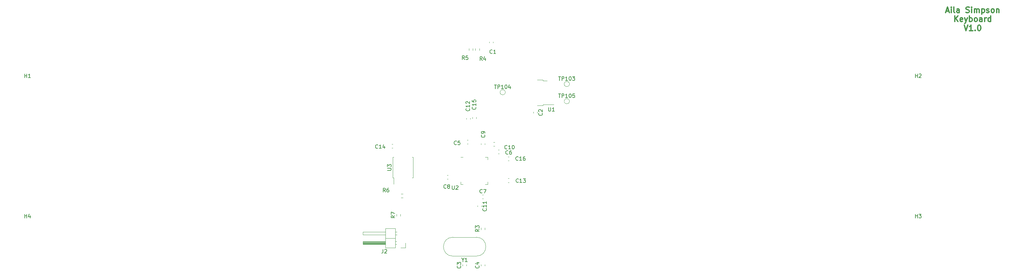
<source format=gbr>
%TF.GenerationSoftware,KiCad,Pcbnew,8.0.9-8.0.9-0~ubuntu22.04.1*%
%TF.CreationDate,2025-08-11T19:47:09-07:00*%
%TF.ProjectId,keyboard,6b657962-6f61-4726-942e-6b696361645f,rev?*%
%TF.SameCoordinates,Original*%
%TF.FileFunction,Legend,Top*%
%TF.FilePolarity,Positive*%
%FSLAX46Y46*%
G04 Gerber Fmt 4.6, Leading zero omitted, Abs format (unit mm)*
G04 Created by KiCad (PCBNEW 8.0.9-8.0.9-0~ubuntu22.04.1) date 2025-08-11 19:47:09*
%MOMM*%
%LPD*%
G01*
G04 APERTURE LIST*
%ADD10C,0.300000*%
%ADD11C,0.150000*%
%ADD12C,0.120000*%
G04 APERTURE END LIST*
D10*
X344968571Y-102354841D02*
X345682857Y-102354841D01*
X344825714Y-102783412D02*
X345325714Y-101283412D01*
X345325714Y-101283412D02*
X345825714Y-102783412D01*
X346325713Y-102783412D02*
X346325713Y-101783412D01*
X346325713Y-101283412D02*
X346254285Y-101354841D01*
X346254285Y-101354841D02*
X346325713Y-101426269D01*
X346325713Y-101426269D02*
X346397142Y-101354841D01*
X346397142Y-101354841D02*
X346325713Y-101283412D01*
X346325713Y-101283412D02*
X346325713Y-101426269D01*
X347254285Y-102783412D02*
X347111428Y-102711984D01*
X347111428Y-102711984D02*
X347039999Y-102569126D01*
X347039999Y-102569126D02*
X347039999Y-101283412D01*
X348468571Y-102783412D02*
X348468571Y-101997698D01*
X348468571Y-101997698D02*
X348397142Y-101854841D01*
X348397142Y-101854841D02*
X348254285Y-101783412D01*
X348254285Y-101783412D02*
X347968571Y-101783412D01*
X347968571Y-101783412D02*
X347825713Y-101854841D01*
X348468571Y-102711984D02*
X348325713Y-102783412D01*
X348325713Y-102783412D02*
X347968571Y-102783412D01*
X347968571Y-102783412D02*
X347825713Y-102711984D01*
X347825713Y-102711984D02*
X347754285Y-102569126D01*
X347754285Y-102569126D02*
X347754285Y-102426269D01*
X347754285Y-102426269D02*
X347825713Y-102283412D01*
X347825713Y-102283412D02*
X347968571Y-102211984D01*
X347968571Y-102211984D02*
X348325713Y-102211984D01*
X348325713Y-102211984D02*
X348468571Y-102140555D01*
X350254285Y-102711984D02*
X350468571Y-102783412D01*
X350468571Y-102783412D02*
X350825713Y-102783412D01*
X350825713Y-102783412D02*
X350968571Y-102711984D01*
X350968571Y-102711984D02*
X351039999Y-102640555D01*
X351039999Y-102640555D02*
X351111428Y-102497698D01*
X351111428Y-102497698D02*
X351111428Y-102354841D01*
X351111428Y-102354841D02*
X351039999Y-102211984D01*
X351039999Y-102211984D02*
X350968571Y-102140555D01*
X350968571Y-102140555D02*
X350825713Y-102069126D01*
X350825713Y-102069126D02*
X350539999Y-101997698D01*
X350539999Y-101997698D02*
X350397142Y-101926269D01*
X350397142Y-101926269D02*
X350325713Y-101854841D01*
X350325713Y-101854841D02*
X350254285Y-101711984D01*
X350254285Y-101711984D02*
X350254285Y-101569126D01*
X350254285Y-101569126D02*
X350325713Y-101426269D01*
X350325713Y-101426269D02*
X350397142Y-101354841D01*
X350397142Y-101354841D02*
X350539999Y-101283412D01*
X350539999Y-101283412D02*
X350897142Y-101283412D01*
X350897142Y-101283412D02*
X351111428Y-101354841D01*
X351754284Y-102783412D02*
X351754284Y-101783412D01*
X351754284Y-101283412D02*
X351682856Y-101354841D01*
X351682856Y-101354841D02*
X351754284Y-101426269D01*
X351754284Y-101426269D02*
X351825713Y-101354841D01*
X351825713Y-101354841D02*
X351754284Y-101283412D01*
X351754284Y-101283412D02*
X351754284Y-101426269D01*
X352468570Y-102783412D02*
X352468570Y-101783412D01*
X352468570Y-101926269D02*
X352539999Y-101854841D01*
X352539999Y-101854841D02*
X352682856Y-101783412D01*
X352682856Y-101783412D02*
X352897142Y-101783412D01*
X352897142Y-101783412D02*
X353039999Y-101854841D01*
X353039999Y-101854841D02*
X353111428Y-101997698D01*
X353111428Y-101997698D02*
X353111428Y-102783412D01*
X353111428Y-101997698D02*
X353182856Y-101854841D01*
X353182856Y-101854841D02*
X353325713Y-101783412D01*
X353325713Y-101783412D02*
X353539999Y-101783412D01*
X353539999Y-101783412D02*
X353682856Y-101854841D01*
X353682856Y-101854841D02*
X353754285Y-101997698D01*
X353754285Y-101997698D02*
X353754285Y-102783412D01*
X354468570Y-101783412D02*
X354468570Y-103283412D01*
X354468570Y-101854841D02*
X354611428Y-101783412D01*
X354611428Y-101783412D02*
X354897142Y-101783412D01*
X354897142Y-101783412D02*
X355039999Y-101854841D01*
X355039999Y-101854841D02*
X355111428Y-101926269D01*
X355111428Y-101926269D02*
X355182856Y-102069126D01*
X355182856Y-102069126D02*
X355182856Y-102497698D01*
X355182856Y-102497698D02*
X355111428Y-102640555D01*
X355111428Y-102640555D02*
X355039999Y-102711984D01*
X355039999Y-102711984D02*
X354897142Y-102783412D01*
X354897142Y-102783412D02*
X354611428Y-102783412D01*
X354611428Y-102783412D02*
X354468570Y-102711984D01*
X355754285Y-102711984D02*
X355897142Y-102783412D01*
X355897142Y-102783412D02*
X356182856Y-102783412D01*
X356182856Y-102783412D02*
X356325713Y-102711984D01*
X356325713Y-102711984D02*
X356397142Y-102569126D01*
X356397142Y-102569126D02*
X356397142Y-102497698D01*
X356397142Y-102497698D02*
X356325713Y-102354841D01*
X356325713Y-102354841D02*
X356182856Y-102283412D01*
X356182856Y-102283412D02*
X355968571Y-102283412D01*
X355968571Y-102283412D02*
X355825713Y-102211984D01*
X355825713Y-102211984D02*
X355754285Y-102069126D01*
X355754285Y-102069126D02*
X355754285Y-101997698D01*
X355754285Y-101997698D02*
X355825713Y-101854841D01*
X355825713Y-101854841D02*
X355968571Y-101783412D01*
X355968571Y-101783412D02*
X356182856Y-101783412D01*
X356182856Y-101783412D02*
X356325713Y-101854841D01*
X357254285Y-102783412D02*
X357111428Y-102711984D01*
X357111428Y-102711984D02*
X357039999Y-102640555D01*
X357039999Y-102640555D02*
X356968571Y-102497698D01*
X356968571Y-102497698D02*
X356968571Y-102069126D01*
X356968571Y-102069126D02*
X357039999Y-101926269D01*
X357039999Y-101926269D02*
X357111428Y-101854841D01*
X357111428Y-101854841D02*
X357254285Y-101783412D01*
X357254285Y-101783412D02*
X357468571Y-101783412D01*
X357468571Y-101783412D02*
X357611428Y-101854841D01*
X357611428Y-101854841D02*
X357682857Y-101926269D01*
X357682857Y-101926269D02*
X357754285Y-102069126D01*
X357754285Y-102069126D02*
X357754285Y-102497698D01*
X357754285Y-102497698D02*
X357682857Y-102640555D01*
X357682857Y-102640555D02*
X357611428Y-102711984D01*
X357611428Y-102711984D02*
X357468571Y-102783412D01*
X357468571Y-102783412D02*
X357254285Y-102783412D01*
X358397142Y-101783412D02*
X358397142Y-102783412D01*
X358397142Y-101926269D02*
X358468571Y-101854841D01*
X358468571Y-101854841D02*
X358611428Y-101783412D01*
X358611428Y-101783412D02*
X358825714Y-101783412D01*
X358825714Y-101783412D02*
X358968571Y-101854841D01*
X358968571Y-101854841D02*
X359040000Y-101997698D01*
X359040000Y-101997698D02*
X359040000Y-102783412D01*
X347254285Y-105198328D02*
X347254285Y-103698328D01*
X348111428Y-105198328D02*
X347468571Y-104341185D01*
X348111428Y-103698328D02*
X347254285Y-104555471D01*
X349325714Y-105126900D02*
X349182857Y-105198328D01*
X349182857Y-105198328D02*
X348897143Y-105198328D01*
X348897143Y-105198328D02*
X348754285Y-105126900D01*
X348754285Y-105126900D02*
X348682857Y-104984042D01*
X348682857Y-104984042D02*
X348682857Y-104412614D01*
X348682857Y-104412614D02*
X348754285Y-104269757D01*
X348754285Y-104269757D02*
X348897143Y-104198328D01*
X348897143Y-104198328D02*
X349182857Y-104198328D01*
X349182857Y-104198328D02*
X349325714Y-104269757D01*
X349325714Y-104269757D02*
X349397143Y-104412614D01*
X349397143Y-104412614D02*
X349397143Y-104555471D01*
X349397143Y-104555471D02*
X348682857Y-104698328D01*
X349897142Y-104198328D02*
X350254285Y-105198328D01*
X350611428Y-104198328D02*
X350254285Y-105198328D01*
X350254285Y-105198328D02*
X350111428Y-105555471D01*
X350111428Y-105555471D02*
X350039999Y-105626900D01*
X350039999Y-105626900D02*
X349897142Y-105698328D01*
X351182856Y-105198328D02*
X351182856Y-103698328D01*
X351182856Y-104269757D02*
X351325714Y-104198328D01*
X351325714Y-104198328D02*
X351611428Y-104198328D01*
X351611428Y-104198328D02*
X351754285Y-104269757D01*
X351754285Y-104269757D02*
X351825714Y-104341185D01*
X351825714Y-104341185D02*
X351897142Y-104484042D01*
X351897142Y-104484042D02*
X351897142Y-104912614D01*
X351897142Y-104912614D02*
X351825714Y-105055471D01*
X351825714Y-105055471D02*
X351754285Y-105126900D01*
X351754285Y-105126900D02*
X351611428Y-105198328D01*
X351611428Y-105198328D02*
X351325714Y-105198328D01*
X351325714Y-105198328D02*
X351182856Y-105126900D01*
X352754285Y-105198328D02*
X352611428Y-105126900D01*
X352611428Y-105126900D02*
X352539999Y-105055471D01*
X352539999Y-105055471D02*
X352468571Y-104912614D01*
X352468571Y-104912614D02*
X352468571Y-104484042D01*
X352468571Y-104484042D02*
X352539999Y-104341185D01*
X352539999Y-104341185D02*
X352611428Y-104269757D01*
X352611428Y-104269757D02*
X352754285Y-104198328D01*
X352754285Y-104198328D02*
X352968571Y-104198328D01*
X352968571Y-104198328D02*
X353111428Y-104269757D01*
X353111428Y-104269757D02*
X353182857Y-104341185D01*
X353182857Y-104341185D02*
X353254285Y-104484042D01*
X353254285Y-104484042D02*
X353254285Y-104912614D01*
X353254285Y-104912614D02*
X353182857Y-105055471D01*
X353182857Y-105055471D02*
X353111428Y-105126900D01*
X353111428Y-105126900D02*
X352968571Y-105198328D01*
X352968571Y-105198328D02*
X352754285Y-105198328D01*
X354540000Y-105198328D02*
X354540000Y-104412614D01*
X354540000Y-104412614D02*
X354468571Y-104269757D01*
X354468571Y-104269757D02*
X354325714Y-104198328D01*
X354325714Y-104198328D02*
X354040000Y-104198328D01*
X354040000Y-104198328D02*
X353897142Y-104269757D01*
X354540000Y-105126900D02*
X354397142Y-105198328D01*
X354397142Y-105198328D02*
X354040000Y-105198328D01*
X354040000Y-105198328D02*
X353897142Y-105126900D01*
X353897142Y-105126900D02*
X353825714Y-104984042D01*
X353825714Y-104984042D02*
X353825714Y-104841185D01*
X353825714Y-104841185D02*
X353897142Y-104698328D01*
X353897142Y-104698328D02*
X354040000Y-104626900D01*
X354040000Y-104626900D02*
X354397142Y-104626900D01*
X354397142Y-104626900D02*
X354540000Y-104555471D01*
X355254285Y-105198328D02*
X355254285Y-104198328D01*
X355254285Y-104484042D02*
X355325714Y-104341185D01*
X355325714Y-104341185D02*
X355397143Y-104269757D01*
X355397143Y-104269757D02*
X355540000Y-104198328D01*
X355540000Y-104198328D02*
X355682857Y-104198328D01*
X356825714Y-105198328D02*
X356825714Y-103698328D01*
X356825714Y-105126900D02*
X356682856Y-105198328D01*
X356682856Y-105198328D02*
X356397142Y-105198328D01*
X356397142Y-105198328D02*
X356254285Y-105126900D01*
X356254285Y-105126900D02*
X356182856Y-105055471D01*
X356182856Y-105055471D02*
X356111428Y-104912614D01*
X356111428Y-104912614D02*
X356111428Y-104484042D01*
X356111428Y-104484042D02*
X356182856Y-104341185D01*
X356182856Y-104341185D02*
X356254285Y-104269757D01*
X356254285Y-104269757D02*
X356397142Y-104198328D01*
X356397142Y-104198328D02*
X356682856Y-104198328D01*
X356682856Y-104198328D02*
X356825714Y-104269757D01*
X349754286Y-106113244D02*
X350254286Y-107613244D01*
X350254286Y-107613244D02*
X350754286Y-106113244D01*
X352040000Y-107613244D02*
X351182857Y-107613244D01*
X351611428Y-107613244D02*
X351611428Y-106113244D01*
X351611428Y-106113244D02*
X351468571Y-106327530D01*
X351468571Y-106327530D02*
X351325714Y-106470387D01*
X351325714Y-106470387D02*
X351182857Y-106541816D01*
X352682856Y-107470387D02*
X352754285Y-107541816D01*
X352754285Y-107541816D02*
X352682856Y-107613244D01*
X352682856Y-107613244D02*
X352611428Y-107541816D01*
X352611428Y-107541816D02*
X352682856Y-107470387D01*
X352682856Y-107470387D02*
X352682856Y-107613244D01*
X353682857Y-106113244D02*
X353825714Y-106113244D01*
X353825714Y-106113244D02*
X353968571Y-106184673D01*
X353968571Y-106184673D02*
X354040000Y-106256101D01*
X354040000Y-106256101D02*
X354111428Y-106398958D01*
X354111428Y-106398958D02*
X354182857Y-106684673D01*
X354182857Y-106684673D02*
X354182857Y-107041816D01*
X354182857Y-107041816D02*
X354111428Y-107327530D01*
X354111428Y-107327530D02*
X354040000Y-107470387D01*
X354040000Y-107470387D02*
X353968571Y-107541816D01*
X353968571Y-107541816D02*
X353825714Y-107613244D01*
X353825714Y-107613244D02*
X353682857Y-107613244D01*
X353682857Y-107613244D02*
X353540000Y-107541816D01*
X353540000Y-107541816D02*
X353468571Y-107470387D01*
X353468571Y-107470387D02*
X353397142Y-107327530D01*
X353397142Y-107327530D02*
X353325714Y-107041816D01*
X353325714Y-107041816D02*
X353325714Y-106684673D01*
X353325714Y-106684673D02*
X353397142Y-106398958D01*
X353397142Y-106398958D02*
X353468571Y-106256101D01*
X353468571Y-106256101D02*
X353540000Y-106184673D01*
X353540000Y-106184673D02*
X353682857Y-106113244D01*
D11*
X216083809Y-168853628D02*
X216083809Y-169329819D01*
X215750476Y-168329819D02*
X216083809Y-168853628D01*
X216083809Y-168853628D02*
X216417142Y-168329819D01*
X217274285Y-169329819D02*
X216702857Y-169329819D01*
X216988571Y-169329819D02*
X216988571Y-168329819D01*
X216988571Y-168329819D02*
X216893333Y-168472676D01*
X216893333Y-168472676D02*
X216798095Y-168567914D01*
X216798095Y-168567914D02*
X216702857Y-168615533D01*
X224485714Y-122096819D02*
X225057142Y-122096819D01*
X224771428Y-123096819D02*
X224771428Y-122096819D01*
X225390476Y-123096819D02*
X225390476Y-122096819D01*
X225390476Y-122096819D02*
X225771428Y-122096819D01*
X225771428Y-122096819D02*
X225866666Y-122144438D01*
X225866666Y-122144438D02*
X225914285Y-122192057D01*
X225914285Y-122192057D02*
X225961904Y-122287295D01*
X225961904Y-122287295D02*
X225961904Y-122430152D01*
X225961904Y-122430152D02*
X225914285Y-122525390D01*
X225914285Y-122525390D02*
X225866666Y-122573009D01*
X225866666Y-122573009D02*
X225771428Y-122620628D01*
X225771428Y-122620628D02*
X225390476Y-122620628D01*
X226914285Y-123096819D02*
X226342857Y-123096819D01*
X226628571Y-123096819D02*
X226628571Y-122096819D01*
X226628571Y-122096819D02*
X226533333Y-122239676D01*
X226533333Y-122239676D02*
X226438095Y-122334914D01*
X226438095Y-122334914D02*
X226342857Y-122382533D01*
X227533333Y-122096819D02*
X227628571Y-122096819D01*
X227628571Y-122096819D02*
X227723809Y-122144438D01*
X227723809Y-122144438D02*
X227771428Y-122192057D01*
X227771428Y-122192057D02*
X227819047Y-122287295D01*
X227819047Y-122287295D02*
X227866666Y-122477771D01*
X227866666Y-122477771D02*
X227866666Y-122715866D01*
X227866666Y-122715866D02*
X227819047Y-122906342D01*
X227819047Y-122906342D02*
X227771428Y-123001580D01*
X227771428Y-123001580D02*
X227723809Y-123049200D01*
X227723809Y-123049200D02*
X227628571Y-123096819D01*
X227628571Y-123096819D02*
X227533333Y-123096819D01*
X227533333Y-123096819D02*
X227438095Y-123049200D01*
X227438095Y-123049200D02*
X227390476Y-123001580D01*
X227390476Y-123001580D02*
X227342857Y-122906342D01*
X227342857Y-122906342D02*
X227295238Y-122715866D01*
X227295238Y-122715866D02*
X227295238Y-122477771D01*
X227295238Y-122477771D02*
X227342857Y-122287295D01*
X227342857Y-122287295D02*
X227390476Y-122192057D01*
X227390476Y-122192057D02*
X227438095Y-122144438D01*
X227438095Y-122144438D02*
X227533333Y-122096819D01*
X228723809Y-122430152D02*
X228723809Y-123096819D01*
X228485714Y-122049200D02*
X228247619Y-122763485D01*
X228247619Y-122763485D02*
X228866666Y-122763485D01*
X241585714Y-119896819D02*
X242157142Y-119896819D01*
X241871428Y-120896819D02*
X241871428Y-119896819D01*
X242490476Y-120896819D02*
X242490476Y-119896819D01*
X242490476Y-119896819D02*
X242871428Y-119896819D01*
X242871428Y-119896819D02*
X242966666Y-119944438D01*
X242966666Y-119944438D02*
X243014285Y-119992057D01*
X243014285Y-119992057D02*
X243061904Y-120087295D01*
X243061904Y-120087295D02*
X243061904Y-120230152D01*
X243061904Y-120230152D02*
X243014285Y-120325390D01*
X243014285Y-120325390D02*
X242966666Y-120373009D01*
X242966666Y-120373009D02*
X242871428Y-120420628D01*
X242871428Y-120420628D02*
X242490476Y-120420628D01*
X244014285Y-120896819D02*
X243442857Y-120896819D01*
X243728571Y-120896819D02*
X243728571Y-119896819D01*
X243728571Y-119896819D02*
X243633333Y-120039676D01*
X243633333Y-120039676D02*
X243538095Y-120134914D01*
X243538095Y-120134914D02*
X243442857Y-120182533D01*
X244633333Y-119896819D02*
X244728571Y-119896819D01*
X244728571Y-119896819D02*
X244823809Y-119944438D01*
X244823809Y-119944438D02*
X244871428Y-119992057D01*
X244871428Y-119992057D02*
X244919047Y-120087295D01*
X244919047Y-120087295D02*
X244966666Y-120277771D01*
X244966666Y-120277771D02*
X244966666Y-120515866D01*
X244966666Y-120515866D02*
X244919047Y-120706342D01*
X244919047Y-120706342D02*
X244871428Y-120801580D01*
X244871428Y-120801580D02*
X244823809Y-120849200D01*
X244823809Y-120849200D02*
X244728571Y-120896819D01*
X244728571Y-120896819D02*
X244633333Y-120896819D01*
X244633333Y-120896819D02*
X244538095Y-120849200D01*
X244538095Y-120849200D02*
X244490476Y-120801580D01*
X244490476Y-120801580D02*
X244442857Y-120706342D01*
X244442857Y-120706342D02*
X244395238Y-120515866D01*
X244395238Y-120515866D02*
X244395238Y-120277771D01*
X244395238Y-120277771D02*
X244442857Y-120087295D01*
X244442857Y-120087295D02*
X244490476Y-119992057D01*
X244490476Y-119992057D02*
X244538095Y-119944438D01*
X244538095Y-119944438D02*
X244633333Y-119896819D01*
X245300000Y-119896819D02*
X245919047Y-119896819D01*
X245919047Y-119896819D02*
X245585714Y-120277771D01*
X245585714Y-120277771D02*
X245728571Y-120277771D01*
X245728571Y-120277771D02*
X245823809Y-120325390D01*
X245823809Y-120325390D02*
X245871428Y-120373009D01*
X245871428Y-120373009D02*
X245919047Y-120468247D01*
X245919047Y-120468247D02*
X245919047Y-120706342D01*
X245919047Y-120706342D02*
X245871428Y-120801580D01*
X245871428Y-120801580D02*
X245823809Y-120849200D01*
X245823809Y-120849200D02*
X245728571Y-120896819D01*
X245728571Y-120896819D02*
X245442857Y-120896819D01*
X245442857Y-120896819D02*
X245347619Y-120849200D01*
X245347619Y-120849200D02*
X245300000Y-120801580D01*
X220444819Y-160696666D02*
X219968628Y-161029999D01*
X220444819Y-161268094D02*
X219444819Y-161268094D01*
X219444819Y-161268094D02*
X219444819Y-160887142D01*
X219444819Y-160887142D02*
X219492438Y-160791904D01*
X219492438Y-160791904D02*
X219540057Y-160744285D01*
X219540057Y-160744285D02*
X219635295Y-160696666D01*
X219635295Y-160696666D02*
X219778152Y-160696666D01*
X219778152Y-160696666D02*
X219873390Y-160744285D01*
X219873390Y-160744285D02*
X219921009Y-160791904D01*
X219921009Y-160791904D02*
X219968628Y-160887142D01*
X219968628Y-160887142D02*
X219968628Y-161268094D01*
X219444819Y-160363332D02*
X219444819Y-159744285D01*
X219444819Y-159744285D02*
X219825771Y-160077618D01*
X219825771Y-160077618D02*
X219825771Y-159934761D01*
X219825771Y-159934761D02*
X219873390Y-159839523D01*
X219873390Y-159839523D02*
X219921009Y-159791904D01*
X219921009Y-159791904D02*
X220016247Y-159744285D01*
X220016247Y-159744285D02*
X220254342Y-159744285D01*
X220254342Y-159744285D02*
X220349580Y-159791904D01*
X220349580Y-159791904D02*
X220397200Y-159839523D01*
X220397200Y-159839523D02*
X220444819Y-159934761D01*
X220444819Y-159934761D02*
X220444819Y-160220475D01*
X220444819Y-160220475D02*
X220397200Y-160315713D01*
X220397200Y-160315713D02*
X220349580Y-160363332D01*
X237199580Y-129666666D02*
X237247200Y-129714285D01*
X237247200Y-129714285D02*
X237294819Y-129857142D01*
X237294819Y-129857142D02*
X237294819Y-129952380D01*
X237294819Y-129952380D02*
X237247200Y-130095237D01*
X237247200Y-130095237D02*
X237151961Y-130190475D01*
X237151961Y-130190475D02*
X237056723Y-130238094D01*
X237056723Y-130238094D02*
X236866247Y-130285713D01*
X236866247Y-130285713D02*
X236723390Y-130285713D01*
X236723390Y-130285713D02*
X236532914Y-130238094D01*
X236532914Y-130238094D02*
X236437676Y-130190475D01*
X236437676Y-130190475D02*
X236342438Y-130095237D01*
X236342438Y-130095237D02*
X236294819Y-129952380D01*
X236294819Y-129952380D02*
X236294819Y-129857142D01*
X236294819Y-129857142D02*
X236342438Y-129714285D01*
X236342438Y-129714285D02*
X236390057Y-129666666D01*
X236390057Y-129285713D02*
X236342438Y-129238094D01*
X236342438Y-129238094D02*
X236294819Y-129142856D01*
X236294819Y-129142856D02*
X236294819Y-128904761D01*
X236294819Y-128904761D02*
X236342438Y-128809523D01*
X236342438Y-128809523D02*
X236390057Y-128761904D01*
X236390057Y-128761904D02*
X236485295Y-128714285D01*
X236485295Y-128714285D02*
X236580533Y-128714285D01*
X236580533Y-128714285D02*
X236723390Y-128761904D01*
X236723390Y-128761904D02*
X237294819Y-129333332D01*
X237294819Y-129333332D02*
X237294819Y-128714285D01*
X195423333Y-150724819D02*
X195090000Y-150248628D01*
X194851905Y-150724819D02*
X194851905Y-149724819D01*
X194851905Y-149724819D02*
X195232857Y-149724819D01*
X195232857Y-149724819D02*
X195328095Y-149772438D01*
X195328095Y-149772438D02*
X195375714Y-149820057D01*
X195375714Y-149820057D02*
X195423333Y-149915295D01*
X195423333Y-149915295D02*
X195423333Y-150058152D01*
X195423333Y-150058152D02*
X195375714Y-150153390D01*
X195375714Y-150153390D02*
X195328095Y-150201009D01*
X195328095Y-150201009D02*
X195232857Y-150248628D01*
X195232857Y-150248628D02*
X194851905Y-150248628D01*
X196280476Y-149724819D02*
X196090000Y-149724819D01*
X196090000Y-149724819D02*
X195994762Y-149772438D01*
X195994762Y-149772438D02*
X195947143Y-149820057D01*
X195947143Y-149820057D02*
X195851905Y-149962914D01*
X195851905Y-149962914D02*
X195804286Y-150153390D01*
X195804286Y-150153390D02*
X195804286Y-150534342D01*
X195804286Y-150534342D02*
X195851905Y-150629580D01*
X195851905Y-150629580D02*
X195899524Y-150677200D01*
X195899524Y-150677200D02*
X195994762Y-150724819D01*
X195994762Y-150724819D02*
X196185238Y-150724819D01*
X196185238Y-150724819D02*
X196280476Y-150677200D01*
X196280476Y-150677200D02*
X196328095Y-150629580D01*
X196328095Y-150629580D02*
X196375714Y-150534342D01*
X196375714Y-150534342D02*
X196375714Y-150296247D01*
X196375714Y-150296247D02*
X196328095Y-150201009D01*
X196328095Y-150201009D02*
X196280476Y-150153390D01*
X196280476Y-150153390D02*
X196185238Y-150105771D01*
X196185238Y-150105771D02*
X195994762Y-150105771D01*
X195994762Y-150105771D02*
X195899524Y-150153390D01*
X195899524Y-150153390D02*
X195851905Y-150201009D01*
X195851905Y-150201009D02*
X195804286Y-150296247D01*
X241585714Y-124496819D02*
X242157142Y-124496819D01*
X241871428Y-125496819D02*
X241871428Y-124496819D01*
X242490476Y-125496819D02*
X242490476Y-124496819D01*
X242490476Y-124496819D02*
X242871428Y-124496819D01*
X242871428Y-124496819D02*
X242966666Y-124544438D01*
X242966666Y-124544438D02*
X243014285Y-124592057D01*
X243014285Y-124592057D02*
X243061904Y-124687295D01*
X243061904Y-124687295D02*
X243061904Y-124830152D01*
X243061904Y-124830152D02*
X243014285Y-124925390D01*
X243014285Y-124925390D02*
X242966666Y-124973009D01*
X242966666Y-124973009D02*
X242871428Y-125020628D01*
X242871428Y-125020628D02*
X242490476Y-125020628D01*
X244014285Y-125496819D02*
X243442857Y-125496819D01*
X243728571Y-125496819D02*
X243728571Y-124496819D01*
X243728571Y-124496819D02*
X243633333Y-124639676D01*
X243633333Y-124639676D02*
X243538095Y-124734914D01*
X243538095Y-124734914D02*
X243442857Y-124782533D01*
X244633333Y-124496819D02*
X244728571Y-124496819D01*
X244728571Y-124496819D02*
X244823809Y-124544438D01*
X244823809Y-124544438D02*
X244871428Y-124592057D01*
X244871428Y-124592057D02*
X244919047Y-124687295D01*
X244919047Y-124687295D02*
X244966666Y-124877771D01*
X244966666Y-124877771D02*
X244966666Y-125115866D01*
X244966666Y-125115866D02*
X244919047Y-125306342D01*
X244919047Y-125306342D02*
X244871428Y-125401580D01*
X244871428Y-125401580D02*
X244823809Y-125449200D01*
X244823809Y-125449200D02*
X244728571Y-125496819D01*
X244728571Y-125496819D02*
X244633333Y-125496819D01*
X244633333Y-125496819D02*
X244538095Y-125449200D01*
X244538095Y-125449200D02*
X244490476Y-125401580D01*
X244490476Y-125401580D02*
X244442857Y-125306342D01*
X244442857Y-125306342D02*
X244395238Y-125115866D01*
X244395238Y-125115866D02*
X244395238Y-124877771D01*
X244395238Y-124877771D02*
X244442857Y-124687295D01*
X244442857Y-124687295D02*
X244490476Y-124592057D01*
X244490476Y-124592057D02*
X244538095Y-124544438D01*
X244538095Y-124544438D02*
X244633333Y-124496819D01*
X245871428Y-124496819D02*
X245395238Y-124496819D01*
X245395238Y-124496819D02*
X245347619Y-124973009D01*
X245347619Y-124973009D02*
X245395238Y-124925390D01*
X245395238Y-124925390D02*
X245490476Y-124877771D01*
X245490476Y-124877771D02*
X245728571Y-124877771D01*
X245728571Y-124877771D02*
X245823809Y-124925390D01*
X245823809Y-124925390D02*
X245871428Y-124973009D01*
X245871428Y-124973009D02*
X245919047Y-125068247D01*
X245919047Y-125068247D02*
X245919047Y-125306342D01*
X245919047Y-125306342D02*
X245871428Y-125401580D01*
X245871428Y-125401580D02*
X245823809Y-125449200D01*
X245823809Y-125449200D02*
X245728571Y-125496819D01*
X245728571Y-125496819D02*
X245490476Y-125496819D01*
X245490476Y-125496819D02*
X245395238Y-125449200D01*
X245395238Y-125449200D02*
X245347619Y-125401580D01*
X213238095Y-149064819D02*
X213238095Y-149874342D01*
X213238095Y-149874342D02*
X213285714Y-149969580D01*
X213285714Y-149969580D02*
X213333333Y-150017200D01*
X213333333Y-150017200D02*
X213428571Y-150064819D01*
X213428571Y-150064819D02*
X213619047Y-150064819D01*
X213619047Y-150064819D02*
X213714285Y-150017200D01*
X213714285Y-150017200D02*
X213761904Y-149969580D01*
X213761904Y-149969580D02*
X213809523Y-149874342D01*
X213809523Y-149874342D02*
X213809523Y-149064819D01*
X214238095Y-149160057D02*
X214285714Y-149112438D01*
X214285714Y-149112438D02*
X214380952Y-149064819D01*
X214380952Y-149064819D02*
X214619047Y-149064819D01*
X214619047Y-149064819D02*
X214714285Y-149112438D01*
X214714285Y-149112438D02*
X214761904Y-149160057D01*
X214761904Y-149160057D02*
X214809523Y-149255295D01*
X214809523Y-149255295D02*
X214809523Y-149350533D01*
X214809523Y-149350533D02*
X214761904Y-149493390D01*
X214761904Y-149493390D02*
X214190476Y-150064819D01*
X214190476Y-150064819D02*
X214809523Y-150064819D01*
X336738095Y-157654819D02*
X336738095Y-156654819D01*
X336738095Y-157131009D02*
X337309523Y-157131009D01*
X337309523Y-157654819D02*
X337309523Y-156654819D01*
X337690476Y-156654819D02*
X338309523Y-156654819D01*
X338309523Y-156654819D02*
X337976190Y-157035771D01*
X337976190Y-157035771D02*
X338119047Y-157035771D01*
X338119047Y-157035771D02*
X338214285Y-157083390D01*
X338214285Y-157083390D02*
X338261904Y-157131009D01*
X338261904Y-157131009D02*
X338309523Y-157226247D01*
X338309523Y-157226247D02*
X338309523Y-157464342D01*
X338309523Y-157464342D02*
X338261904Y-157559580D01*
X338261904Y-157559580D02*
X338214285Y-157607200D01*
X338214285Y-157607200D02*
X338119047Y-157654819D01*
X338119047Y-157654819D02*
X337833333Y-157654819D01*
X337833333Y-157654819D02*
X337738095Y-157607200D01*
X337738095Y-157607200D02*
X337690476Y-157559580D01*
X99238095Y-120154819D02*
X99238095Y-119154819D01*
X99238095Y-119631009D02*
X99809523Y-119631009D01*
X99809523Y-120154819D02*
X99809523Y-119154819D01*
X100809523Y-120154819D02*
X100238095Y-120154819D01*
X100523809Y-120154819D02*
X100523809Y-119154819D01*
X100523809Y-119154819D02*
X100428571Y-119297676D01*
X100428571Y-119297676D02*
X100333333Y-119392914D01*
X100333333Y-119392914D02*
X100238095Y-119440533D01*
X230887142Y-148089580D02*
X230839523Y-148137200D01*
X230839523Y-148137200D02*
X230696666Y-148184819D01*
X230696666Y-148184819D02*
X230601428Y-148184819D01*
X230601428Y-148184819D02*
X230458571Y-148137200D01*
X230458571Y-148137200D02*
X230363333Y-148041961D01*
X230363333Y-148041961D02*
X230315714Y-147946723D01*
X230315714Y-147946723D02*
X230268095Y-147756247D01*
X230268095Y-147756247D02*
X230268095Y-147613390D01*
X230268095Y-147613390D02*
X230315714Y-147422914D01*
X230315714Y-147422914D02*
X230363333Y-147327676D01*
X230363333Y-147327676D02*
X230458571Y-147232438D01*
X230458571Y-147232438D02*
X230601428Y-147184819D01*
X230601428Y-147184819D02*
X230696666Y-147184819D01*
X230696666Y-147184819D02*
X230839523Y-147232438D01*
X230839523Y-147232438D02*
X230887142Y-147280057D01*
X231839523Y-148184819D02*
X231268095Y-148184819D01*
X231553809Y-148184819D02*
X231553809Y-147184819D01*
X231553809Y-147184819D02*
X231458571Y-147327676D01*
X231458571Y-147327676D02*
X231363333Y-147422914D01*
X231363333Y-147422914D02*
X231268095Y-147470533D01*
X232172857Y-147184819D02*
X232791904Y-147184819D01*
X232791904Y-147184819D02*
X232458571Y-147565771D01*
X232458571Y-147565771D02*
X232601428Y-147565771D01*
X232601428Y-147565771D02*
X232696666Y-147613390D01*
X232696666Y-147613390D02*
X232744285Y-147661009D01*
X232744285Y-147661009D02*
X232791904Y-147756247D01*
X232791904Y-147756247D02*
X232791904Y-147994342D01*
X232791904Y-147994342D02*
X232744285Y-148089580D01*
X232744285Y-148089580D02*
X232696666Y-148137200D01*
X232696666Y-148137200D02*
X232601428Y-148184819D01*
X232601428Y-148184819D02*
X232315714Y-148184819D01*
X232315714Y-148184819D02*
X232220476Y-148137200D01*
X232220476Y-148137200D02*
X232172857Y-148089580D01*
X221879580Y-135486666D02*
X221927200Y-135534285D01*
X221927200Y-135534285D02*
X221974819Y-135677142D01*
X221974819Y-135677142D02*
X221974819Y-135772380D01*
X221974819Y-135772380D02*
X221927200Y-135915237D01*
X221927200Y-135915237D02*
X221831961Y-136010475D01*
X221831961Y-136010475D02*
X221736723Y-136058094D01*
X221736723Y-136058094D02*
X221546247Y-136105713D01*
X221546247Y-136105713D02*
X221403390Y-136105713D01*
X221403390Y-136105713D02*
X221212914Y-136058094D01*
X221212914Y-136058094D02*
X221117676Y-136010475D01*
X221117676Y-136010475D02*
X221022438Y-135915237D01*
X221022438Y-135915237D02*
X220974819Y-135772380D01*
X220974819Y-135772380D02*
X220974819Y-135677142D01*
X220974819Y-135677142D02*
X221022438Y-135534285D01*
X221022438Y-135534285D02*
X221070057Y-135486666D01*
X221974819Y-135010475D02*
X221974819Y-134819999D01*
X221974819Y-134819999D02*
X221927200Y-134724761D01*
X221927200Y-134724761D02*
X221879580Y-134677142D01*
X221879580Y-134677142D02*
X221736723Y-134581904D01*
X221736723Y-134581904D02*
X221546247Y-134534285D01*
X221546247Y-134534285D02*
X221165295Y-134534285D01*
X221165295Y-134534285D02*
X221070057Y-134581904D01*
X221070057Y-134581904D02*
X221022438Y-134629523D01*
X221022438Y-134629523D02*
X220974819Y-134724761D01*
X220974819Y-134724761D02*
X220974819Y-134915237D01*
X220974819Y-134915237D02*
X221022438Y-135010475D01*
X221022438Y-135010475D02*
X221070057Y-135058094D01*
X221070057Y-135058094D02*
X221165295Y-135105713D01*
X221165295Y-135105713D02*
X221403390Y-135105713D01*
X221403390Y-135105713D02*
X221498628Y-135058094D01*
X221498628Y-135058094D02*
X221546247Y-135010475D01*
X221546247Y-135010475D02*
X221593866Y-134915237D01*
X221593866Y-134915237D02*
X221593866Y-134724761D01*
X221593866Y-134724761D02*
X221546247Y-134629523D01*
X221546247Y-134629523D02*
X221498628Y-134581904D01*
X221498628Y-134581904D02*
X221403390Y-134534285D01*
X215459580Y-170476666D02*
X215507200Y-170524285D01*
X215507200Y-170524285D02*
X215554819Y-170667142D01*
X215554819Y-170667142D02*
X215554819Y-170762380D01*
X215554819Y-170762380D02*
X215507200Y-170905237D01*
X215507200Y-170905237D02*
X215411961Y-171000475D01*
X215411961Y-171000475D02*
X215316723Y-171048094D01*
X215316723Y-171048094D02*
X215126247Y-171095713D01*
X215126247Y-171095713D02*
X214983390Y-171095713D01*
X214983390Y-171095713D02*
X214792914Y-171048094D01*
X214792914Y-171048094D02*
X214697676Y-171000475D01*
X214697676Y-171000475D02*
X214602438Y-170905237D01*
X214602438Y-170905237D02*
X214554819Y-170762380D01*
X214554819Y-170762380D02*
X214554819Y-170667142D01*
X214554819Y-170667142D02*
X214602438Y-170524285D01*
X214602438Y-170524285D02*
X214650057Y-170476666D01*
X214554819Y-170143332D02*
X214554819Y-169524285D01*
X214554819Y-169524285D02*
X214935771Y-169857618D01*
X214935771Y-169857618D02*
X214935771Y-169714761D01*
X214935771Y-169714761D02*
X214983390Y-169619523D01*
X214983390Y-169619523D02*
X215031009Y-169571904D01*
X215031009Y-169571904D02*
X215126247Y-169524285D01*
X215126247Y-169524285D02*
X215364342Y-169524285D01*
X215364342Y-169524285D02*
X215459580Y-169571904D01*
X215459580Y-169571904D02*
X215507200Y-169619523D01*
X215507200Y-169619523D02*
X215554819Y-169714761D01*
X215554819Y-169714761D02*
X215554819Y-170000475D01*
X215554819Y-170000475D02*
X215507200Y-170095713D01*
X215507200Y-170095713D02*
X215459580Y-170143332D01*
X230817142Y-142199580D02*
X230769523Y-142247200D01*
X230769523Y-142247200D02*
X230626666Y-142294819D01*
X230626666Y-142294819D02*
X230531428Y-142294819D01*
X230531428Y-142294819D02*
X230388571Y-142247200D01*
X230388571Y-142247200D02*
X230293333Y-142151961D01*
X230293333Y-142151961D02*
X230245714Y-142056723D01*
X230245714Y-142056723D02*
X230198095Y-141866247D01*
X230198095Y-141866247D02*
X230198095Y-141723390D01*
X230198095Y-141723390D02*
X230245714Y-141532914D01*
X230245714Y-141532914D02*
X230293333Y-141437676D01*
X230293333Y-141437676D02*
X230388571Y-141342438D01*
X230388571Y-141342438D02*
X230531428Y-141294819D01*
X230531428Y-141294819D02*
X230626666Y-141294819D01*
X230626666Y-141294819D02*
X230769523Y-141342438D01*
X230769523Y-141342438D02*
X230817142Y-141390057D01*
X231769523Y-142294819D02*
X231198095Y-142294819D01*
X231483809Y-142294819D02*
X231483809Y-141294819D01*
X231483809Y-141294819D02*
X231388571Y-141437676D01*
X231388571Y-141437676D02*
X231293333Y-141532914D01*
X231293333Y-141532914D02*
X231198095Y-141580533D01*
X232626666Y-141294819D02*
X232436190Y-141294819D01*
X232436190Y-141294819D02*
X232340952Y-141342438D01*
X232340952Y-141342438D02*
X232293333Y-141390057D01*
X232293333Y-141390057D02*
X232198095Y-141532914D01*
X232198095Y-141532914D02*
X232150476Y-141723390D01*
X232150476Y-141723390D02*
X232150476Y-142104342D01*
X232150476Y-142104342D02*
X232198095Y-142199580D01*
X232198095Y-142199580D02*
X232245714Y-142247200D01*
X232245714Y-142247200D02*
X232340952Y-142294819D01*
X232340952Y-142294819D02*
X232531428Y-142294819D01*
X232531428Y-142294819D02*
X232626666Y-142247200D01*
X232626666Y-142247200D02*
X232674285Y-142199580D01*
X232674285Y-142199580D02*
X232721904Y-142104342D01*
X232721904Y-142104342D02*
X232721904Y-141866247D01*
X232721904Y-141866247D02*
X232674285Y-141771009D01*
X232674285Y-141771009D02*
X232626666Y-141723390D01*
X232626666Y-141723390D02*
X232531428Y-141675771D01*
X232531428Y-141675771D02*
X232340952Y-141675771D01*
X232340952Y-141675771D02*
X232245714Y-141723390D01*
X232245714Y-141723390D02*
X232198095Y-141771009D01*
X232198095Y-141771009D02*
X232150476Y-141866247D01*
X227877142Y-139169580D02*
X227829523Y-139217200D01*
X227829523Y-139217200D02*
X227686666Y-139264819D01*
X227686666Y-139264819D02*
X227591428Y-139264819D01*
X227591428Y-139264819D02*
X227448571Y-139217200D01*
X227448571Y-139217200D02*
X227353333Y-139121961D01*
X227353333Y-139121961D02*
X227305714Y-139026723D01*
X227305714Y-139026723D02*
X227258095Y-138836247D01*
X227258095Y-138836247D02*
X227258095Y-138693390D01*
X227258095Y-138693390D02*
X227305714Y-138502914D01*
X227305714Y-138502914D02*
X227353333Y-138407676D01*
X227353333Y-138407676D02*
X227448571Y-138312438D01*
X227448571Y-138312438D02*
X227591428Y-138264819D01*
X227591428Y-138264819D02*
X227686666Y-138264819D01*
X227686666Y-138264819D02*
X227829523Y-138312438D01*
X227829523Y-138312438D02*
X227877142Y-138360057D01*
X228829523Y-139264819D02*
X228258095Y-139264819D01*
X228543809Y-139264819D02*
X228543809Y-138264819D01*
X228543809Y-138264819D02*
X228448571Y-138407676D01*
X228448571Y-138407676D02*
X228353333Y-138502914D01*
X228353333Y-138502914D02*
X228258095Y-138550533D01*
X229448571Y-138264819D02*
X229543809Y-138264819D01*
X229543809Y-138264819D02*
X229639047Y-138312438D01*
X229639047Y-138312438D02*
X229686666Y-138360057D01*
X229686666Y-138360057D02*
X229734285Y-138455295D01*
X229734285Y-138455295D02*
X229781904Y-138645771D01*
X229781904Y-138645771D02*
X229781904Y-138883866D01*
X229781904Y-138883866D02*
X229734285Y-139074342D01*
X229734285Y-139074342D02*
X229686666Y-139169580D01*
X229686666Y-139169580D02*
X229639047Y-139217200D01*
X229639047Y-139217200D02*
X229543809Y-139264819D01*
X229543809Y-139264819D02*
X229448571Y-139264819D01*
X229448571Y-139264819D02*
X229353333Y-139217200D01*
X229353333Y-139217200D02*
X229305714Y-139169580D01*
X229305714Y-139169580D02*
X229258095Y-139074342D01*
X229258095Y-139074342D02*
X229210476Y-138883866D01*
X229210476Y-138883866D02*
X229210476Y-138645771D01*
X229210476Y-138645771D02*
X229258095Y-138455295D01*
X229258095Y-138455295D02*
X229305714Y-138360057D01*
X229305714Y-138360057D02*
X229353333Y-138312438D01*
X229353333Y-138312438D02*
X229448571Y-138264819D01*
X221233333Y-115564819D02*
X220900000Y-115088628D01*
X220661905Y-115564819D02*
X220661905Y-114564819D01*
X220661905Y-114564819D02*
X221042857Y-114564819D01*
X221042857Y-114564819D02*
X221138095Y-114612438D01*
X221138095Y-114612438D02*
X221185714Y-114660057D01*
X221185714Y-114660057D02*
X221233333Y-114755295D01*
X221233333Y-114755295D02*
X221233333Y-114898152D01*
X221233333Y-114898152D02*
X221185714Y-114993390D01*
X221185714Y-114993390D02*
X221138095Y-115041009D01*
X221138095Y-115041009D02*
X221042857Y-115088628D01*
X221042857Y-115088628D02*
X220661905Y-115088628D01*
X222090476Y-114898152D02*
X222090476Y-115564819D01*
X221852381Y-114517200D02*
X221614286Y-115231485D01*
X221614286Y-115231485D02*
X222233333Y-115231485D01*
X194806666Y-166059819D02*
X194806666Y-166774104D01*
X194806666Y-166774104D02*
X194759047Y-166916961D01*
X194759047Y-166916961D02*
X194663809Y-167012200D01*
X194663809Y-167012200D02*
X194520952Y-167059819D01*
X194520952Y-167059819D02*
X194425714Y-167059819D01*
X195235238Y-166155057D02*
X195282857Y-166107438D01*
X195282857Y-166107438D02*
X195378095Y-166059819D01*
X195378095Y-166059819D02*
X195616190Y-166059819D01*
X195616190Y-166059819D02*
X195711428Y-166107438D01*
X195711428Y-166107438D02*
X195759047Y-166155057D01*
X195759047Y-166155057D02*
X195806666Y-166250295D01*
X195806666Y-166250295D02*
X195806666Y-166345533D01*
X195806666Y-166345533D02*
X195759047Y-166488390D01*
X195759047Y-166488390D02*
X195187619Y-167059819D01*
X195187619Y-167059819D02*
X195806666Y-167059819D01*
X195974819Y-144951904D02*
X196784342Y-144951904D01*
X196784342Y-144951904D02*
X196879580Y-144904285D01*
X196879580Y-144904285D02*
X196927200Y-144856666D01*
X196927200Y-144856666D02*
X196974819Y-144761428D01*
X196974819Y-144761428D02*
X196974819Y-144570952D01*
X196974819Y-144570952D02*
X196927200Y-144475714D01*
X196927200Y-144475714D02*
X196879580Y-144428095D01*
X196879580Y-144428095D02*
X196784342Y-144380476D01*
X196784342Y-144380476D02*
X195974819Y-144380476D01*
X195974819Y-143999523D02*
X195974819Y-143380476D01*
X195974819Y-143380476D02*
X196355771Y-143713809D01*
X196355771Y-143713809D02*
X196355771Y-143570952D01*
X196355771Y-143570952D02*
X196403390Y-143475714D01*
X196403390Y-143475714D02*
X196451009Y-143428095D01*
X196451009Y-143428095D02*
X196546247Y-143380476D01*
X196546247Y-143380476D02*
X196784342Y-143380476D01*
X196784342Y-143380476D02*
X196879580Y-143428095D01*
X196879580Y-143428095D02*
X196927200Y-143475714D01*
X196927200Y-143475714D02*
X196974819Y-143570952D01*
X196974819Y-143570952D02*
X196974819Y-143856666D01*
X196974819Y-143856666D02*
X196927200Y-143951904D01*
X196927200Y-143951904D02*
X196879580Y-143999523D01*
X216513333Y-115354819D02*
X216180000Y-114878628D01*
X215941905Y-115354819D02*
X215941905Y-114354819D01*
X215941905Y-114354819D02*
X216322857Y-114354819D01*
X216322857Y-114354819D02*
X216418095Y-114402438D01*
X216418095Y-114402438D02*
X216465714Y-114450057D01*
X216465714Y-114450057D02*
X216513333Y-114545295D01*
X216513333Y-114545295D02*
X216513333Y-114688152D01*
X216513333Y-114688152D02*
X216465714Y-114783390D01*
X216465714Y-114783390D02*
X216418095Y-114831009D01*
X216418095Y-114831009D02*
X216322857Y-114878628D01*
X216322857Y-114878628D02*
X215941905Y-114878628D01*
X217418095Y-114354819D02*
X216941905Y-114354819D01*
X216941905Y-114354819D02*
X216894286Y-114831009D01*
X216894286Y-114831009D02*
X216941905Y-114783390D01*
X216941905Y-114783390D02*
X217037143Y-114735771D01*
X217037143Y-114735771D02*
X217275238Y-114735771D01*
X217275238Y-114735771D02*
X217370476Y-114783390D01*
X217370476Y-114783390D02*
X217418095Y-114831009D01*
X217418095Y-114831009D02*
X217465714Y-114926247D01*
X217465714Y-114926247D02*
X217465714Y-115164342D01*
X217465714Y-115164342D02*
X217418095Y-115259580D01*
X217418095Y-115259580D02*
X217370476Y-115307200D01*
X217370476Y-115307200D02*
X217275238Y-115354819D01*
X217275238Y-115354819D02*
X217037143Y-115354819D01*
X217037143Y-115354819D02*
X216941905Y-115307200D01*
X216941905Y-115307200D02*
X216894286Y-115259580D01*
X228143333Y-140549580D02*
X228095714Y-140597200D01*
X228095714Y-140597200D02*
X227952857Y-140644819D01*
X227952857Y-140644819D02*
X227857619Y-140644819D01*
X227857619Y-140644819D02*
X227714762Y-140597200D01*
X227714762Y-140597200D02*
X227619524Y-140501961D01*
X227619524Y-140501961D02*
X227571905Y-140406723D01*
X227571905Y-140406723D02*
X227524286Y-140216247D01*
X227524286Y-140216247D02*
X227524286Y-140073390D01*
X227524286Y-140073390D02*
X227571905Y-139882914D01*
X227571905Y-139882914D02*
X227619524Y-139787676D01*
X227619524Y-139787676D02*
X227714762Y-139692438D01*
X227714762Y-139692438D02*
X227857619Y-139644819D01*
X227857619Y-139644819D02*
X227952857Y-139644819D01*
X227952857Y-139644819D02*
X228095714Y-139692438D01*
X228095714Y-139692438D02*
X228143333Y-139740057D01*
X229000476Y-139644819D02*
X228810000Y-139644819D01*
X228810000Y-139644819D02*
X228714762Y-139692438D01*
X228714762Y-139692438D02*
X228667143Y-139740057D01*
X228667143Y-139740057D02*
X228571905Y-139882914D01*
X228571905Y-139882914D02*
X228524286Y-140073390D01*
X228524286Y-140073390D02*
X228524286Y-140454342D01*
X228524286Y-140454342D02*
X228571905Y-140549580D01*
X228571905Y-140549580D02*
X228619524Y-140597200D01*
X228619524Y-140597200D02*
X228714762Y-140644819D01*
X228714762Y-140644819D02*
X228905238Y-140644819D01*
X228905238Y-140644819D02*
X229000476Y-140597200D01*
X229000476Y-140597200D02*
X229048095Y-140549580D01*
X229048095Y-140549580D02*
X229095714Y-140454342D01*
X229095714Y-140454342D02*
X229095714Y-140216247D01*
X229095714Y-140216247D02*
X229048095Y-140121009D01*
X229048095Y-140121009D02*
X229000476Y-140073390D01*
X229000476Y-140073390D02*
X228905238Y-140025771D01*
X228905238Y-140025771D02*
X228714762Y-140025771D01*
X228714762Y-140025771D02*
X228619524Y-140073390D01*
X228619524Y-140073390D02*
X228571905Y-140121009D01*
X228571905Y-140121009D02*
X228524286Y-140216247D01*
X193407142Y-138999580D02*
X193359523Y-139047200D01*
X193359523Y-139047200D02*
X193216666Y-139094819D01*
X193216666Y-139094819D02*
X193121428Y-139094819D01*
X193121428Y-139094819D02*
X192978571Y-139047200D01*
X192978571Y-139047200D02*
X192883333Y-138951961D01*
X192883333Y-138951961D02*
X192835714Y-138856723D01*
X192835714Y-138856723D02*
X192788095Y-138666247D01*
X192788095Y-138666247D02*
X192788095Y-138523390D01*
X192788095Y-138523390D02*
X192835714Y-138332914D01*
X192835714Y-138332914D02*
X192883333Y-138237676D01*
X192883333Y-138237676D02*
X192978571Y-138142438D01*
X192978571Y-138142438D02*
X193121428Y-138094819D01*
X193121428Y-138094819D02*
X193216666Y-138094819D01*
X193216666Y-138094819D02*
X193359523Y-138142438D01*
X193359523Y-138142438D02*
X193407142Y-138190057D01*
X194359523Y-139094819D02*
X193788095Y-139094819D01*
X194073809Y-139094819D02*
X194073809Y-138094819D01*
X194073809Y-138094819D02*
X193978571Y-138237676D01*
X193978571Y-138237676D02*
X193883333Y-138332914D01*
X193883333Y-138332914D02*
X193788095Y-138380533D01*
X195216666Y-138428152D02*
X195216666Y-139094819D01*
X194978571Y-138047200D02*
X194740476Y-138761485D01*
X194740476Y-138761485D02*
X195359523Y-138761485D01*
X222299580Y-155172857D02*
X222347200Y-155220476D01*
X222347200Y-155220476D02*
X222394819Y-155363333D01*
X222394819Y-155363333D02*
X222394819Y-155458571D01*
X222394819Y-155458571D02*
X222347200Y-155601428D01*
X222347200Y-155601428D02*
X222251961Y-155696666D01*
X222251961Y-155696666D02*
X222156723Y-155744285D01*
X222156723Y-155744285D02*
X221966247Y-155791904D01*
X221966247Y-155791904D02*
X221823390Y-155791904D01*
X221823390Y-155791904D02*
X221632914Y-155744285D01*
X221632914Y-155744285D02*
X221537676Y-155696666D01*
X221537676Y-155696666D02*
X221442438Y-155601428D01*
X221442438Y-155601428D02*
X221394819Y-155458571D01*
X221394819Y-155458571D02*
X221394819Y-155363333D01*
X221394819Y-155363333D02*
X221442438Y-155220476D01*
X221442438Y-155220476D02*
X221490057Y-155172857D01*
X222394819Y-154220476D02*
X222394819Y-154791904D01*
X222394819Y-154506190D02*
X221394819Y-154506190D01*
X221394819Y-154506190D02*
X221537676Y-154601428D01*
X221537676Y-154601428D02*
X221632914Y-154696666D01*
X221632914Y-154696666D02*
X221680533Y-154791904D01*
X222394819Y-153268095D02*
X222394819Y-153839523D01*
X222394819Y-153553809D02*
X221394819Y-153553809D01*
X221394819Y-153553809D02*
X221537676Y-153649047D01*
X221537676Y-153649047D02*
X221632914Y-153744285D01*
X221632914Y-153744285D02*
X221680533Y-153839523D01*
X197934819Y-157066666D02*
X197458628Y-157399999D01*
X197934819Y-157638094D02*
X196934819Y-157638094D01*
X196934819Y-157638094D02*
X196934819Y-157257142D01*
X196934819Y-157257142D02*
X196982438Y-157161904D01*
X196982438Y-157161904D02*
X197030057Y-157114285D01*
X197030057Y-157114285D02*
X197125295Y-157066666D01*
X197125295Y-157066666D02*
X197268152Y-157066666D01*
X197268152Y-157066666D02*
X197363390Y-157114285D01*
X197363390Y-157114285D02*
X197411009Y-157161904D01*
X197411009Y-157161904D02*
X197458628Y-157257142D01*
X197458628Y-157257142D02*
X197458628Y-157638094D01*
X196934819Y-156733332D02*
X196934819Y-156066666D01*
X196934819Y-156066666D02*
X197934819Y-156495237D01*
X223913333Y-113639580D02*
X223865714Y-113687200D01*
X223865714Y-113687200D02*
X223722857Y-113734819D01*
X223722857Y-113734819D02*
X223627619Y-113734819D01*
X223627619Y-113734819D02*
X223484762Y-113687200D01*
X223484762Y-113687200D02*
X223389524Y-113591961D01*
X223389524Y-113591961D02*
X223341905Y-113496723D01*
X223341905Y-113496723D02*
X223294286Y-113306247D01*
X223294286Y-113306247D02*
X223294286Y-113163390D01*
X223294286Y-113163390D02*
X223341905Y-112972914D01*
X223341905Y-112972914D02*
X223389524Y-112877676D01*
X223389524Y-112877676D02*
X223484762Y-112782438D01*
X223484762Y-112782438D02*
X223627619Y-112734819D01*
X223627619Y-112734819D02*
X223722857Y-112734819D01*
X223722857Y-112734819D02*
X223865714Y-112782438D01*
X223865714Y-112782438D02*
X223913333Y-112830057D01*
X224865714Y-113734819D02*
X224294286Y-113734819D01*
X224580000Y-113734819D02*
X224580000Y-112734819D01*
X224580000Y-112734819D02*
X224484762Y-112877676D01*
X224484762Y-112877676D02*
X224389524Y-112972914D01*
X224389524Y-112972914D02*
X224294286Y-113020533D01*
X211613333Y-149679580D02*
X211565714Y-149727200D01*
X211565714Y-149727200D02*
X211422857Y-149774819D01*
X211422857Y-149774819D02*
X211327619Y-149774819D01*
X211327619Y-149774819D02*
X211184762Y-149727200D01*
X211184762Y-149727200D02*
X211089524Y-149631961D01*
X211089524Y-149631961D02*
X211041905Y-149536723D01*
X211041905Y-149536723D02*
X210994286Y-149346247D01*
X210994286Y-149346247D02*
X210994286Y-149203390D01*
X210994286Y-149203390D02*
X211041905Y-149012914D01*
X211041905Y-149012914D02*
X211089524Y-148917676D01*
X211089524Y-148917676D02*
X211184762Y-148822438D01*
X211184762Y-148822438D02*
X211327619Y-148774819D01*
X211327619Y-148774819D02*
X211422857Y-148774819D01*
X211422857Y-148774819D02*
X211565714Y-148822438D01*
X211565714Y-148822438D02*
X211613333Y-148870057D01*
X212184762Y-149203390D02*
X212089524Y-149155771D01*
X212089524Y-149155771D02*
X212041905Y-149108152D01*
X212041905Y-149108152D02*
X211994286Y-149012914D01*
X211994286Y-149012914D02*
X211994286Y-148965295D01*
X211994286Y-148965295D02*
X212041905Y-148870057D01*
X212041905Y-148870057D02*
X212089524Y-148822438D01*
X212089524Y-148822438D02*
X212184762Y-148774819D01*
X212184762Y-148774819D02*
X212375238Y-148774819D01*
X212375238Y-148774819D02*
X212470476Y-148822438D01*
X212470476Y-148822438D02*
X212518095Y-148870057D01*
X212518095Y-148870057D02*
X212565714Y-148965295D01*
X212565714Y-148965295D02*
X212565714Y-149012914D01*
X212565714Y-149012914D02*
X212518095Y-149108152D01*
X212518095Y-149108152D02*
X212470476Y-149155771D01*
X212470476Y-149155771D02*
X212375238Y-149203390D01*
X212375238Y-149203390D02*
X212184762Y-149203390D01*
X212184762Y-149203390D02*
X212089524Y-149251009D01*
X212089524Y-149251009D02*
X212041905Y-149298628D01*
X212041905Y-149298628D02*
X211994286Y-149393866D01*
X211994286Y-149393866D02*
X211994286Y-149584342D01*
X211994286Y-149584342D02*
X212041905Y-149679580D01*
X212041905Y-149679580D02*
X212089524Y-149727200D01*
X212089524Y-149727200D02*
X212184762Y-149774819D01*
X212184762Y-149774819D02*
X212375238Y-149774819D01*
X212375238Y-149774819D02*
X212470476Y-149727200D01*
X212470476Y-149727200D02*
X212518095Y-149679580D01*
X212518095Y-149679580D02*
X212565714Y-149584342D01*
X212565714Y-149584342D02*
X212565714Y-149393866D01*
X212565714Y-149393866D02*
X212518095Y-149298628D01*
X212518095Y-149298628D02*
X212470476Y-149251009D01*
X212470476Y-149251009D02*
X212375238Y-149203390D01*
X219459580Y-128032857D02*
X219507200Y-128080476D01*
X219507200Y-128080476D02*
X219554819Y-128223333D01*
X219554819Y-128223333D02*
X219554819Y-128318571D01*
X219554819Y-128318571D02*
X219507200Y-128461428D01*
X219507200Y-128461428D02*
X219411961Y-128556666D01*
X219411961Y-128556666D02*
X219316723Y-128604285D01*
X219316723Y-128604285D02*
X219126247Y-128651904D01*
X219126247Y-128651904D02*
X218983390Y-128651904D01*
X218983390Y-128651904D02*
X218792914Y-128604285D01*
X218792914Y-128604285D02*
X218697676Y-128556666D01*
X218697676Y-128556666D02*
X218602438Y-128461428D01*
X218602438Y-128461428D02*
X218554819Y-128318571D01*
X218554819Y-128318571D02*
X218554819Y-128223333D01*
X218554819Y-128223333D02*
X218602438Y-128080476D01*
X218602438Y-128080476D02*
X218650057Y-128032857D01*
X219554819Y-127080476D02*
X219554819Y-127651904D01*
X219554819Y-127366190D02*
X218554819Y-127366190D01*
X218554819Y-127366190D02*
X218697676Y-127461428D01*
X218697676Y-127461428D02*
X218792914Y-127556666D01*
X218792914Y-127556666D02*
X218840533Y-127651904D01*
X218554819Y-126175714D02*
X218554819Y-126651904D01*
X218554819Y-126651904D02*
X219031009Y-126699523D01*
X219031009Y-126699523D02*
X218983390Y-126651904D01*
X218983390Y-126651904D02*
X218935771Y-126556666D01*
X218935771Y-126556666D02*
X218935771Y-126318571D01*
X218935771Y-126318571D02*
X218983390Y-126223333D01*
X218983390Y-126223333D02*
X219031009Y-126175714D01*
X219031009Y-126175714D02*
X219126247Y-126128095D01*
X219126247Y-126128095D02*
X219364342Y-126128095D01*
X219364342Y-126128095D02*
X219459580Y-126175714D01*
X219459580Y-126175714D02*
X219507200Y-126223333D01*
X219507200Y-126223333D02*
X219554819Y-126318571D01*
X219554819Y-126318571D02*
X219554819Y-126556666D01*
X219554819Y-126556666D02*
X219507200Y-126651904D01*
X219507200Y-126651904D02*
X219459580Y-126699523D01*
X221253333Y-150939580D02*
X221205714Y-150987200D01*
X221205714Y-150987200D02*
X221062857Y-151034819D01*
X221062857Y-151034819D02*
X220967619Y-151034819D01*
X220967619Y-151034819D02*
X220824762Y-150987200D01*
X220824762Y-150987200D02*
X220729524Y-150891961D01*
X220729524Y-150891961D02*
X220681905Y-150796723D01*
X220681905Y-150796723D02*
X220634286Y-150606247D01*
X220634286Y-150606247D02*
X220634286Y-150463390D01*
X220634286Y-150463390D02*
X220681905Y-150272914D01*
X220681905Y-150272914D02*
X220729524Y-150177676D01*
X220729524Y-150177676D02*
X220824762Y-150082438D01*
X220824762Y-150082438D02*
X220967619Y-150034819D01*
X220967619Y-150034819D02*
X221062857Y-150034819D01*
X221062857Y-150034819D02*
X221205714Y-150082438D01*
X221205714Y-150082438D02*
X221253333Y-150130057D01*
X221586667Y-150034819D02*
X222253333Y-150034819D01*
X222253333Y-150034819D02*
X221824762Y-151034819D01*
X99238095Y-157654819D02*
X99238095Y-156654819D01*
X99238095Y-157131009D02*
X99809523Y-157131009D01*
X99809523Y-157654819D02*
X99809523Y-156654819D01*
X100714285Y-156988152D02*
X100714285Y-157654819D01*
X100476190Y-156607200D02*
X100238095Y-157321485D01*
X100238095Y-157321485D02*
X100857142Y-157321485D01*
X214383333Y-137999580D02*
X214335714Y-138047200D01*
X214335714Y-138047200D02*
X214192857Y-138094819D01*
X214192857Y-138094819D02*
X214097619Y-138094819D01*
X214097619Y-138094819D02*
X213954762Y-138047200D01*
X213954762Y-138047200D02*
X213859524Y-137951961D01*
X213859524Y-137951961D02*
X213811905Y-137856723D01*
X213811905Y-137856723D02*
X213764286Y-137666247D01*
X213764286Y-137666247D02*
X213764286Y-137523390D01*
X213764286Y-137523390D02*
X213811905Y-137332914D01*
X213811905Y-137332914D02*
X213859524Y-137237676D01*
X213859524Y-137237676D02*
X213954762Y-137142438D01*
X213954762Y-137142438D02*
X214097619Y-137094819D01*
X214097619Y-137094819D02*
X214192857Y-137094819D01*
X214192857Y-137094819D02*
X214335714Y-137142438D01*
X214335714Y-137142438D02*
X214383333Y-137190057D01*
X215288095Y-137094819D02*
X214811905Y-137094819D01*
X214811905Y-137094819D02*
X214764286Y-137571009D01*
X214764286Y-137571009D02*
X214811905Y-137523390D01*
X214811905Y-137523390D02*
X214907143Y-137475771D01*
X214907143Y-137475771D02*
X215145238Y-137475771D01*
X215145238Y-137475771D02*
X215240476Y-137523390D01*
X215240476Y-137523390D02*
X215288095Y-137571009D01*
X215288095Y-137571009D02*
X215335714Y-137666247D01*
X215335714Y-137666247D02*
X215335714Y-137904342D01*
X215335714Y-137904342D02*
X215288095Y-137999580D01*
X215288095Y-137999580D02*
X215240476Y-138047200D01*
X215240476Y-138047200D02*
X215145238Y-138094819D01*
X215145238Y-138094819D02*
X214907143Y-138094819D01*
X214907143Y-138094819D02*
X214811905Y-138047200D01*
X214811905Y-138047200D02*
X214764286Y-137999580D01*
X336738095Y-120154819D02*
X336738095Y-119154819D01*
X336738095Y-119631009D02*
X337309523Y-119631009D01*
X337309523Y-120154819D02*
X337309523Y-119154819D01*
X337738095Y-119250057D02*
X337785714Y-119202438D01*
X337785714Y-119202438D02*
X337880952Y-119154819D01*
X337880952Y-119154819D02*
X338119047Y-119154819D01*
X338119047Y-119154819D02*
X338214285Y-119202438D01*
X338214285Y-119202438D02*
X338261904Y-119250057D01*
X338261904Y-119250057D02*
X338309523Y-119345295D01*
X338309523Y-119345295D02*
X338309523Y-119440533D01*
X338309523Y-119440533D02*
X338261904Y-119583390D01*
X338261904Y-119583390D02*
X337690476Y-120154819D01*
X337690476Y-120154819D02*
X338309523Y-120154819D01*
X217809580Y-128432857D02*
X217857200Y-128480476D01*
X217857200Y-128480476D02*
X217904819Y-128623333D01*
X217904819Y-128623333D02*
X217904819Y-128718571D01*
X217904819Y-128718571D02*
X217857200Y-128861428D01*
X217857200Y-128861428D02*
X217761961Y-128956666D01*
X217761961Y-128956666D02*
X217666723Y-129004285D01*
X217666723Y-129004285D02*
X217476247Y-129051904D01*
X217476247Y-129051904D02*
X217333390Y-129051904D01*
X217333390Y-129051904D02*
X217142914Y-129004285D01*
X217142914Y-129004285D02*
X217047676Y-128956666D01*
X217047676Y-128956666D02*
X216952438Y-128861428D01*
X216952438Y-128861428D02*
X216904819Y-128718571D01*
X216904819Y-128718571D02*
X216904819Y-128623333D01*
X216904819Y-128623333D02*
X216952438Y-128480476D01*
X216952438Y-128480476D02*
X217000057Y-128432857D01*
X217904819Y-127480476D02*
X217904819Y-128051904D01*
X217904819Y-127766190D02*
X216904819Y-127766190D01*
X216904819Y-127766190D02*
X217047676Y-127861428D01*
X217047676Y-127861428D02*
X217142914Y-127956666D01*
X217142914Y-127956666D02*
X217190533Y-128051904D01*
X217000057Y-127099523D02*
X216952438Y-127051904D01*
X216952438Y-127051904D02*
X216904819Y-126956666D01*
X216904819Y-126956666D02*
X216904819Y-126718571D01*
X216904819Y-126718571D02*
X216952438Y-126623333D01*
X216952438Y-126623333D02*
X217000057Y-126575714D01*
X217000057Y-126575714D02*
X217095295Y-126528095D01*
X217095295Y-126528095D02*
X217190533Y-126528095D01*
X217190533Y-126528095D02*
X217333390Y-126575714D01*
X217333390Y-126575714D02*
X217904819Y-127147142D01*
X217904819Y-127147142D02*
X217904819Y-126528095D01*
X238938095Y-128154819D02*
X238938095Y-128964342D01*
X238938095Y-128964342D02*
X238985714Y-129059580D01*
X238985714Y-129059580D02*
X239033333Y-129107200D01*
X239033333Y-129107200D02*
X239128571Y-129154819D01*
X239128571Y-129154819D02*
X239319047Y-129154819D01*
X239319047Y-129154819D02*
X239414285Y-129107200D01*
X239414285Y-129107200D02*
X239461904Y-129059580D01*
X239461904Y-129059580D02*
X239509523Y-128964342D01*
X239509523Y-128964342D02*
X239509523Y-128154819D01*
X240509523Y-129154819D02*
X239938095Y-129154819D01*
X240223809Y-129154819D02*
X240223809Y-128154819D01*
X240223809Y-128154819D02*
X240128571Y-128297676D01*
X240128571Y-128297676D02*
X240033333Y-128392914D01*
X240033333Y-128392914D02*
X239938095Y-128440533D01*
X220339580Y-170466666D02*
X220387200Y-170514285D01*
X220387200Y-170514285D02*
X220434819Y-170657142D01*
X220434819Y-170657142D02*
X220434819Y-170752380D01*
X220434819Y-170752380D02*
X220387200Y-170895237D01*
X220387200Y-170895237D02*
X220291961Y-170990475D01*
X220291961Y-170990475D02*
X220196723Y-171038094D01*
X220196723Y-171038094D02*
X220006247Y-171085713D01*
X220006247Y-171085713D02*
X219863390Y-171085713D01*
X219863390Y-171085713D02*
X219672914Y-171038094D01*
X219672914Y-171038094D02*
X219577676Y-170990475D01*
X219577676Y-170990475D02*
X219482438Y-170895237D01*
X219482438Y-170895237D02*
X219434819Y-170752380D01*
X219434819Y-170752380D02*
X219434819Y-170657142D01*
X219434819Y-170657142D02*
X219482438Y-170514285D01*
X219482438Y-170514285D02*
X219530057Y-170466666D01*
X219768152Y-169609523D02*
X220434819Y-169609523D01*
X219387200Y-169847618D02*
X220101485Y-170085713D01*
X220101485Y-170085713D02*
X220101485Y-169466666D01*
D12*
%TO.C,Y1*%
X219685000Y-162825000D02*
X213435000Y-162825000D01*
X219685000Y-167875000D02*
X213435000Y-167875000D01*
X213435000Y-167875000D02*
G75*
G02*
X213435000Y-162825000I0J2525000D01*
G01*
X219685000Y-162825000D02*
G75*
G02*
X219685000Y-167875000I0J-2525000D01*
G01*
%TO.C,TP104*%
X227400000Y-124090000D02*
G75*
G02*
X226000000Y-124090000I-700000J0D01*
G01*
X226000000Y-124090000D02*
G75*
G02*
X227400000Y-124090000I700000J0D01*
G01*
%TO.C,TP103*%
X244500000Y-121890000D02*
G75*
G02*
X243100000Y-121890000I-700000J0D01*
G01*
X243100000Y-121890000D02*
G75*
G02*
X244500000Y-121890000I700000J0D01*
G01*
%TO.C,R3*%
X220897500Y-160784724D02*
X220897500Y-160275276D01*
X221942500Y-160784724D02*
X221942500Y-160275276D01*
%TO.C,C2*%
X234900000Y-129353733D02*
X234900000Y-129646267D01*
X235920000Y-129353733D02*
X235920000Y-129646267D01*
%TO.C,R6*%
X200084724Y-151217500D02*
X199575276Y-151217500D01*
X200084724Y-152262500D02*
X199575276Y-152262500D01*
%TO.C,TP105*%
X244500000Y-126490000D02*
G75*
G02*
X243100000Y-126490000I-700000J0D01*
G01*
X243100000Y-126490000D02*
G75*
G02*
X244500000Y-126490000I700000J0D01*
G01*
%TO.C,U2*%
X215490000Y-148680000D02*
X215490000Y-148030000D01*
X216140000Y-141460000D02*
X215490000Y-141460000D01*
X216140000Y-148680000D02*
X215490000Y-148680000D01*
X222060000Y-141460000D02*
X222710000Y-141460000D01*
X222060000Y-148680000D02*
X222710000Y-148680000D01*
X222710000Y-141460000D02*
X222710000Y-142110000D01*
X222710000Y-148680000D02*
X222710000Y-148030000D01*
%TO.C,C13*%
X228123733Y-147140000D02*
X228416267Y-147140000D01*
X228123733Y-148160000D02*
X228416267Y-148160000D01*
%TO.C,C9*%
X220940000Y-138076267D02*
X220940000Y-137783733D01*
X221960000Y-138076267D02*
X221960000Y-137783733D01*
%TO.C,C3*%
X216020000Y-170456267D02*
X216020000Y-170163733D01*
X217040000Y-170456267D02*
X217040000Y-170163733D01*
%TO.C,C16*%
X228123733Y-141360000D02*
X228416267Y-141360000D01*
X228123733Y-142380000D02*
X228416267Y-142380000D01*
%TO.C,C10*%
X224273733Y-137440000D02*
X224566267Y-137440000D01*
X224273733Y-138460000D02*
X224566267Y-138460000D01*
%TO.C,R4*%
X219447500Y-112375276D02*
X219447500Y-112884724D01*
X220492500Y-112375276D02*
X220492500Y-112884724D01*
%TO.C,J2*%
X189425000Y-161415000D02*
X195425000Y-161415000D01*
X189425000Y-162175000D02*
X189425000Y-161415000D01*
X189425000Y-163955000D02*
X195425000Y-163955000D01*
X189425000Y-164715000D02*
X189425000Y-163955000D01*
X195425000Y-160465000D02*
X195425000Y-165665000D01*
X195425000Y-162175000D02*
X189425000Y-162175000D01*
X195425000Y-164055000D02*
X189425000Y-164055000D01*
X195425000Y-164175000D02*
X189425000Y-164175000D01*
X195425000Y-164295000D02*
X189425000Y-164295000D01*
X195425000Y-164415000D02*
X189425000Y-164415000D01*
X195425000Y-164535000D02*
X189425000Y-164535000D01*
X195425000Y-164655000D02*
X189425000Y-164655000D01*
X195425000Y-164715000D02*
X189425000Y-164715000D01*
X195425000Y-165665000D02*
X198085000Y-165665000D01*
X198085000Y-160465000D02*
X195425000Y-160465000D01*
X198085000Y-163065000D02*
X195425000Y-163065000D01*
X198085000Y-165665000D02*
X198085000Y-160465000D01*
X198415000Y-163955000D02*
X198085000Y-163955000D01*
X198415000Y-164715000D02*
X198085000Y-164715000D01*
X198482071Y-161415000D02*
X198085000Y-161415000D01*
X198482071Y-162175000D02*
X198085000Y-162175000D01*
X200795000Y-164335000D02*
X200795000Y-165605000D01*
X200795000Y-165605000D02*
X199525000Y-165605000D01*
%TO.C,U3*%
X197355000Y-141465000D02*
X197615000Y-141465000D01*
X197355000Y-144190000D02*
X197355000Y-141465000D01*
X197355000Y-144190000D02*
X197355000Y-146915000D01*
X197355000Y-146915000D02*
X197615000Y-146915000D01*
X197615000Y-146915000D02*
X197615000Y-148590000D01*
X202805000Y-141465000D02*
X202545000Y-141465000D01*
X202805000Y-144190000D02*
X202805000Y-141465000D01*
X202805000Y-144190000D02*
X202805000Y-146915000D01*
X202805000Y-146915000D02*
X202545000Y-146915000D01*
%TO.C,R5*%
X217687500Y-112375276D02*
X217687500Y-112884724D01*
X218732500Y-112375276D02*
X218732500Y-112884724D01*
%TO.C,C6*%
X225463733Y-139500000D02*
X225756267Y-139500000D01*
X225463733Y-140520000D02*
X225756267Y-140520000D01*
%TO.C,C14*%
X197426267Y-137990000D02*
X197133733Y-137990000D01*
X197426267Y-139010000D02*
X197133733Y-139010000D01*
%TO.C,C11*%
X220000000Y-154383733D02*
X220000000Y-154676267D01*
X221020000Y-154383733D02*
X221020000Y-154676267D01*
%TO.C,R7*%
X198387500Y-157154724D02*
X198387500Y-156645276D01*
X199432500Y-157154724D02*
X199432500Y-156645276D01*
%TO.C,C1*%
X223160000Y-110593733D02*
X223160000Y-110886267D01*
X224180000Y-110593733D02*
X224180000Y-110886267D01*
%TO.C,C8*%
X212146267Y-146290000D02*
X211853733Y-146290000D01*
X212146267Y-147310000D02*
X211853733Y-147310000D01*
%TO.C,C15*%
X218630000Y-131056267D02*
X218630000Y-130763733D01*
X219650000Y-131056267D02*
X219650000Y-130763733D01*
%TO.C,C7*%
X221273733Y-151500000D02*
X221566267Y-151500000D01*
X221273733Y-152520000D02*
X221566267Y-152520000D01*
%TO.C,C5*%
X217496267Y-136830000D02*
X217203733Y-136830000D01*
X217496267Y-137850000D02*
X217203733Y-137850000D01*
%TO.C,C12*%
X217010000Y-131306267D02*
X217010000Y-131013733D01*
X218030000Y-131306267D02*
X218030000Y-131013733D01*
%TO.C,U1*%
X235960000Y-120750000D02*
X237460000Y-120750000D01*
X235960000Y-127650000D02*
X237460000Y-127650000D01*
X237460000Y-120750000D02*
X237460000Y-121020000D01*
X237460000Y-121020000D02*
X238560000Y-121020000D01*
X237460000Y-127380000D02*
X240290000Y-127380000D01*
X237460000Y-127650000D02*
X237460000Y-127380000D01*
%TO.C,C4*%
X220900000Y-170446267D02*
X220900000Y-170153733D01*
X221920000Y-170446267D02*
X221920000Y-170153733D01*
%TD*%
M02*

</source>
